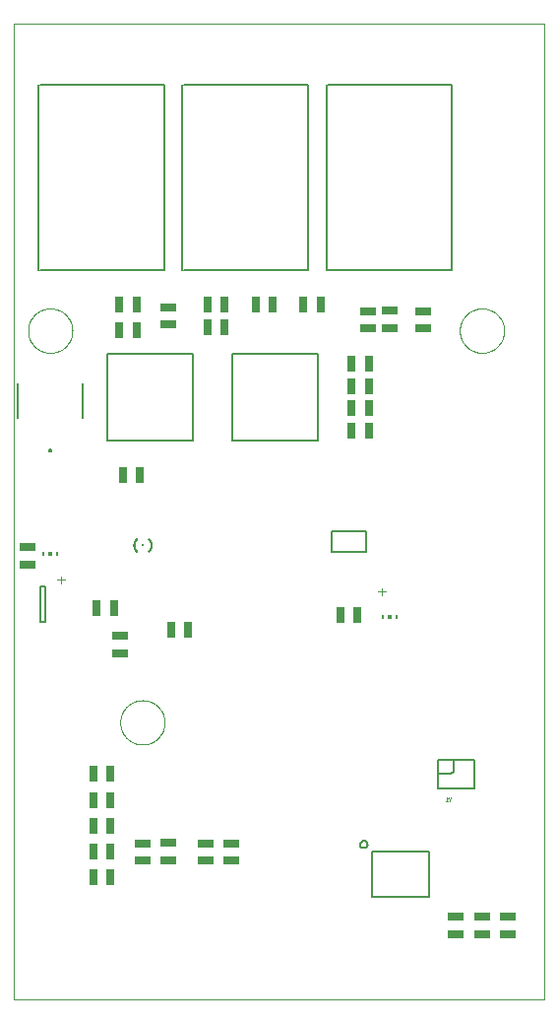
<source format=gbo>
G75*
%MOIN*%
%OFA0B0*%
%FSLAX25Y25*%
%IPPOS*%
%LPD*%
%AMOC8*
5,1,8,0,0,1.08239X$1,22.5*
%
%ADD10C,0.00000*%
%ADD11C,0.00040*%
%ADD12R,0.00787X0.00787*%
%ADD13R,0.00984X0.00591*%
%ADD14C,0.00300*%
%ADD15R,0.00591X0.01181*%
%ADD16R,0.01181X0.01181*%
%ADD17C,0.00500*%
%ADD18R,0.05512X0.02559*%
%ADD19R,0.02559X0.05512*%
%ADD20C,0.00600*%
%ADD21C,0.00100*%
D10*
X0020179Y0009300D02*
X0020179Y0339261D01*
X0200130Y0339261D01*
X0200130Y0009300D01*
X0020179Y0009300D01*
X0056429Y0103050D02*
X0056431Y0103234D01*
X0056438Y0103418D01*
X0056449Y0103602D01*
X0056465Y0103785D01*
X0056485Y0103968D01*
X0056510Y0104150D01*
X0056539Y0104332D01*
X0056573Y0104513D01*
X0056611Y0104693D01*
X0056654Y0104872D01*
X0056701Y0105050D01*
X0056752Y0105227D01*
X0056808Y0105403D01*
X0056867Y0105577D01*
X0056932Y0105749D01*
X0057000Y0105920D01*
X0057072Y0106089D01*
X0057149Y0106257D01*
X0057230Y0106422D01*
X0057315Y0106585D01*
X0057403Y0106747D01*
X0057496Y0106906D01*
X0057593Y0107062D01*
X0057693Y0107217D01*
X0057797Y0107369D01*
X0057905Y0107518D01*
X0058016Y0107664D01*
X0058131Y0107808D01*
X0058250Y0107949D01*
X0058372Y0108087D01*
X0058497Y0108222D01*
X0058626Y0108353D01*
X0058757Y0108482D01*
X0058892Y0108607D01*
X0059030Y0108729D01*
X0059171Y0108848D01*
X0059315Y0108963D01*
X0059461Y0109074D01*
X0059610Y0109182D01*
X0059762Y0109286D01*
X0059917Y0109386D01*
X0060073Y0109483D01*
X0060232Y0109576D01*
X0060394Y0109664D01*
X0060557Y0109749D01*
X0060722Y0109830D01*
X0060890Y0109907D01*
X0061059Y0109979D01*
X0061230Y0110047D01*
X0061402Y0110112D01*
X0061576Y0110171D01*
X0061752Y0110227D01*
X0061929Y0110278D01*
X0062107Y0110325D01*
X0062286Y0110368D01*
X0062466Y0110406D01*
X0062647Y0110440D01*
X0062829Y0110469D01*
X0063011Y0110494D01*
X0063194Y0110514D01*
X0063377Y0110530D01*
X0063561Y0110541D01*
X0063745Y0110548D01*
X0063929Y0110550D01*
X0064113Y0110548D01*
X0064297Y0110541D01*
X0064481Y0110530D01*
X0064664Y0110514D01*
X0064847Y0110494D01*
X0065029Y0110469D01*
X0065211Y0110440D01*
X0065392Y0110406D01*
X0065572Y0110368D01*
X0065751Y0110325D01*
X0065929Y0110278D01*
X0066106Y0110227D01*
X0066282Y0110171D01*
X0066456Y0110112D01*
X0066628Y0110047D01*
X0066799Y0109979D01*
X0066968Y0109907D01*
X0067136Y0109830D01*
X0067301Y0109749D01*
X0067464Y0109664D01*
X0067626Y0109576D01*
X0067785Y0109483D01*
X0067941Y0109386D01*
X0068096Y0109286D01*
X0068248Y0109182D01*
X0068397Y0109074D01*
X0068543Y0108963D01*
X0068687Y0108848D01*
X0068828Y0108729D01*
X0068966Y0108607D01*
X0069101Y0108482D01*
X0069232Y0108353D01*
X0069361Y0108222D01*
X0069486Y0108087D01*
X0069608Y0107949D01*
X0069727Y0107808D01*
X0069842Y0107664D01*
X0069953Y0107518D01*
X0070061Y0107369D01*
X0070165Y0107217D01*
X0070265Y0107062D01*
X0070362Y0106906D01*
X0070455Y0106747D01*
X0070543Y0106585D01*
X0070628Y0106422D01*
X0070709Y0106257D01*
X0070786Y0106089D01*
X0070858Y0105920D01*
X0070926Y0105749D01*
X0070991Y0105577D01*
X0071050Y0105403D01*
X0071106Y0105227D01*
X0071157Y0105050D01*
X0071204Y0104872D01*
X0071247Y0104693D01*
X0071285Y0104513D01*
X0071319Y0104332D01*
X0071348Y0104150D01*
X0071373Y0103968D01*
X0071393Y0103785D01*
X0071409Y0103602D01*
X0071420Y0103418D01*
X0071427Y0103234D01*
X0071429Y0103050D01*
X0071427Y0102866D01*
X0071420Y0102682D01*
X0071409Y0102498D01*
X0071393Y0102315D01*
X0071373Y0102132D01*
X0071348Y0101950D01*
X0071319Y0101768D01*
X0071285Y0101587D01*
X0071247Y0101407D01*
X0071204Y0101228D01*
X0071157Y0101050D01*
X0071106Y0100873D01*
X0071050Y0100697D01*
X0070991Y0100523D01*
X0070926Y0100351D01*
X0070858Y0100180D01*
X0070786Y0100011D01*
X0070709Y0099843D01*
X0070628Y0099678D01*
X0070543Y0099515D01*
X0070455Y0099353D01*
X0070362Y0099194D01*
X0070265Y0099038D01*
X0070165Y0098883D01*
X0070061Y0098731D01*
X0069953Y0098582D01*
X0069842Y0098436D01*
X0069727Y0098292D01*
X0069608Y0098151D01*
X0069486Y0098013D01*
X0069361Y0097878D01*
X0069232Y0097747D01*
X0069101Y0097618D01*
X0068966Y0097493D01*
X0068828Y0097371D01*
X0068687Y0097252D01*
X0068543Y0097137D01*
X0068397Y0097026D01*
X0068248Y0096918D01*
X0068096Y0096814D01*
X0067941Y0096714D01*
X0067785Y0096617D01*
X0067626Y0096524D01*
X0067464Y0096436D01*
X0067301Y0096351D01*
X0067136Y0096270D01*
X0066968Y0096193D01*
X0066799Y0096121D01*
X0066628Y0096053D01*
X0066456Y0095988D01*
X0066282Y0095929D01*
X0066106Y0095873D01*
X0065929Y0095822D01*
X0065751Y0095775D01*
X0065572Y0095732D01*
X0065392Y0095694D01*
X0065211Y0095660D01*
X0065029Y0095631D01*
X0064847Y0095606D01*
X0064664Y0095586D01*
X0064481Y0095570D01*
X0064297Y0095559D01*
X0064113Y0095552D01*
X0063929Y0095550D01*
X0063745Y0095552D01*
X0063561Y0095559D01*
X0063377Y0095570D01*
X0063194Y0095586D01*
X0063011Y0095606D01*
X0062829Y0095631D01*
X0062647Y0095660D01*
X0062466Y0095694D01*
X0062286Y0095732D01*
X0062107Y0095775D01*
X0061929Y0095822D01*
X0061752Y0095873D01*
X0061576Y0095929D01*
X0061402Y0095988D01*
X0061230Y0096053D01*
X0061059Y0096121D01*
X0060890Y0096193D01*
X0060722Y0096270D01*
X0060557Y0096351D01*
X0060394Y0096436D01*
X0060232Y0096524D01*
X0060073Y0096617D01*
X0059917Y0096714D01*
X0059762Y0096814D01*
X0059610Y0096918D01*
X0059461Y0097026D01*
X0059315Y0097137D01*
X0059171Y0097252D01*
X0059030Y0097371D01*
X0058892Y0097493D01*
X0058757Y0097618D01*
X0058626Y0097747D01*
X0058497Y0097878D01*
X0058372Y0098013D01*
X0058250Y0098151D01*
X0058131Y0098292D01*
X0058016Y0098436D01*
X0057905Y0098582D01*
X0057797Y0098731D01*
X0057693Y0098883D01*
X0057593Y0099038D01*
X0057496Y0099194D01*
X0057403Y0099353D01*
X0057315Y0099515D01*
X0057230Y0099678D01*
X0057149Y0099843D01*
X0057072Y0100011D01*
X0057000Y0100180D01*
X0056932Y0100351D01*
X0056867Y0100523D01*
X0056808Y0100697D01*
X0056752Y0100873D01*
X0056701Y0101050D01*
X0056654Y0101228D01*
X0056611Y0101407D01*
X0056573Y0101587D01*
X0056539Y0101768D01*
X0056510Y0101950D01*
X0056485Y0102132D01*
X0056465Y0102315D01*
X0056449Y0102498D01*
X0056438Y0102682D01*
X0056431Y0102866D01*
X0056429Y0103050D01*
X0025179Y0235550D02*
X0025181Y0235734D01*
X0025188Y0235918D01*
X0025199Y0236102D01*
X0025215Y0236285D01*
X0025235Y0236468D01*
X0025260Y0236650D01*
X0025289Y0236832D01*
X0025323Y0237013D01*
X0025361Y0237193D01*
X0025404Y0237372D01*
X0025451Y0237550D01*
X0025502Y0237727D01*
X0025558Y0237903D01*
X0025617Y0238077D01*
X0025682Y0238249D01*
X0025750Y0238420D01*
X0025822Y0238589D01*
X0025899Y0238757D01*
X0025980Y0238922D01*
X0026065Y0239085D01*
X0026153Y0239247D01*
X0026246Y0239406D01*
X0026343Y0239562D01*
X0026443Y0239717D01*
X0026547Y0239869D01*
X0026655Y0240018D01*
X0026766Y0240164D01*
X0026881Y0240308D01*
X0027000Y0240449D01*
X0027122Y0240587D01*
X0027247Y0240722D01*
X0027376Y0240853D01*
X0027507Y0240982D01*
X0027642Y0241107D01*
X0027780Y0241229D01*
X0027921Y0241348D01*
X0028065Y0241463D01*
X0028211Y0241574D01*
X0028360Y0241682D01*
X0028512Y0241786D01*
X0028667Y0241886D01*
X0028823Y0241983D01*
X0028982Y0242076D01*
X0029144Y0242164D01*
X0029307Y0242249D01*
X0029472Y0242330D01*
X0029640Y0242407D01*
X0029809Y0242479D01*
X0029980Y0242547D01*
X0030152Y0242612D01*
X0030326Y0242671D01*
X0030502Y0242727D01*
X0030679Y0242778D01*
X0030857Y0242825D01*
X0031036Y0242868D01*
X0031216Y0242906D01*
X0031397Y0242940D01*
X0031579Y0242969D01*
X0031761Y0242994D01*
X0031944Y0243014D01*
X0032127Y0243030D01*
X0032311Y0243041D01*
X0032495Y0243048D01*
X0032679Y0243050D01*
X0032863Y0243048D01*
X0033047Y0243041D01*
X0033231Y0243030D01*
X0033414Y0243014D01*
X0033597Y0242994D01*
X0033779Y0242969D01*
X0033961Y0242940D01*
X0034142Y0242906D01*
X0034322Y0242868D01*
X0034501Y0242825D01*
X0034679Y0242778D01*
X0034856Y0242727D01*
X0035032Y0242671D01*
X0035206Y0242612D01*
X0035378Y0242547D01*
X0035549Y0242479D01*
X0035718Y0242407D01*
X0035886Y0242330D01*
X0036051Y0242249D01*
X0036214Y0242164D01*
X0036376Y0242076D01*
X0036535Y0241983D01*
X0036691Y0241886D01*
X0036846Y0241786D01*
X0036998Y0241682D01*
X0037147Y0241574D01*
X0037293Y0241463D01*
X0037437Y0241348D01*
X0037578Y0241229D01*
X0037716Y0241107D01*
X0037851Y0240982D01*
X0037982Y0240853D01*
X0038111Y0240722D01*
X0038236Y0240587D01*
X0038358Y0240449D01*
X0038477Y0240308D01*
X0038592Y0240164D01*
X0038703Y0240018D01*
X0038811Y0239869D01*
X0038915Y0239717D01*
X0039015Y0239562D01*
X0039112Y0239406D01*
X0039205Y0239247D01*
X0039293Y0239085D01*
X0039378Y0238922D01*
X0039459Y0238757D01*
X0039536Y0238589D01*
X0039608Y0238420D01*
X0039676Y0238249D01*
X0039741Y0238077D01*
X0039800Y0237903D01*
X0039856Y0237727D01*
X0039907Y0237550D01*
X0039954Y0237372D01*
X0039997Y0237193D01*
X0040035Y0237013D01*
X0040069Y0236832D01*
X0040098Y0236650D01*
X0040123Y0236468D01*
X0040143Y0236285D01*
X0040159Y0236102D01*
X0040170Y0235918D01*
X0040177Y0235734D01*
X0040179Y0235550D01*
X0040177Y0235366D01*
X0040170Y0235182D01*
X0040159Y0234998D01*
X0040143Y0234815D01*
X0040123Y0234632D01*
X0040098Y0234450D01*
X0040069Y0234268D01*
X0040035Y0234087D01*
X0039997Y0233907D01*
X0039954Y0233728D01*
X0039907Y0233550D01*
X0039856Y0233373D01*
X0039800Y0233197D01*
X0039741Y0233023D01*
X0039676Y0232851D01*
X0039608Y0232680D01*
X0039536Y0232511D01*
X0039459Y0232343D01*
X0039378Y0232178D01*
X0039293Y0232015D01*
X0039205Y0231853D01*
X0039112Y0231694D01*
X0039015Y0231538D01*
X0038915Y0231383D01*
X0038811Y0231231D01*
X0038703Y0231082D01*
X0038592Y0230936D01*
X0038477Y0230792D01*
X0038358Y0230651D01*
X0038236Y0230513D01*
X0038111Y0230378D01*
X0037982Y0230247D01*
X0037851Y0230118D01*
X0037716Y0229993D01*
X0037578Y0229871D01*
X0037437Y0229752D01*
X0037293Y0229637D01*
X0037147Y0229526D01*
X0036998Y0229418D01*
X0036846Y0229314D01*
X0036691Y0229214D01*
X0036535Y0229117D01*
X0036376Y0229024D01*
X0036214Y0228936D01*
X0036051Y0228851D01*
X0035886Y0228770D01*
X0035718Y0228693D01*
X0035549Y0228621D01*
X0035378Y0228553D01*
X0035206Y0228488D01*
X0035032Y0228429D01*
X0034856Y0228373D01*
X0034679Y0228322D01*
X0034501Y0228275D01*
X0034322Y0228232D01*
X0034142Y0228194D01*
X0033961Y0228160D01*
X0033779Y0228131D01*
X0033597Y0228106D01*
X0033414Y0228086D01*
X0033231Y0228070D01*
X0033047Y0228059D01*
X0032863Y0228052D01*
X0032679Y0228050D01*
X0032495Y0228052D01*
X0032311Y0228059D01*
X0032127Y0228070D01*
X0031944Y0228086D01*
X0031761Y0228106D01*
X0031579Y0228131D01*
X0031397Y0228160D01*
X0031216Y0228194D01*
X0031036Y0228232D01*
X0030857Y0228275D01*
X0030679Y0228322D01*
X0030502Y0228373D01*
X0030326Y0228429D01*
X0030152Y0228488D01*
X0029980Y0228553D01*
X0029809Y0228621D01*
X0029640Y0228693D01*
X0029472Y0228770D01*
X0029307Y0228851D01*
X0029144Y0228936D01*
X0028982Y0229024D01*
X0028823Y0229117D01*
X0028667Y0229214D01*
X0028512Y0229314D01*
X0028360Y0229418D01*
X0028211Y0229526D01*
X0028065Y0229637D01*
X0027921Y0229752D01*
X0027780Y0229871D01*
X0027642Y0229993D01*
X0027507Y0230118D01*
X0027376Y0230247D01*
X0027247Y0230378D01*
X0027122Y0230513D01*
X0027000Y0230651D01*
X0026881Y0230792D01*
X0026766Y0230936D01*
X0026655Y0231082D01*
X0026547Y0231231D01*
X0026443Y0231383D01*
X0026343Y0231538D01*
X0026246Y0231694D01*
X0026153Y0231853D01*
X0026065Y0232015D01*
X0025980Y0232178D01*
X0025899Y0232343D01*
X0025822Y0232511D01*
X0025750Y0232680D01*
X0025682Y0232851D01*
X0025617Y0233023D01*
X0025558Y0233197D01*
X0025502Y0233373D01*
X0025451Y0233550D01*
X0025404Y0233728D01*
X0025361Y0233907D01*
X0025323Y0234087D01*
X0025289Y0234268D01*
X0025260Y0234450D01*
X0025235Y0234632D01*
X0025215Y0234815D01*
X0025199Y0234998D01*
X0025188Y0235182D01*
X0025181Y0235366D01*
X0025179Y0235550D01*
X0171429Y0235550D02*
X0171431Y0235734D01*
X0171438Y0235918D01*
X0171449Y0236102D01*
X0171465Y0236285D01*
X0171485Y0236468D01*
X0171510Y0236650D01*
X0171539Y0236832D01*
X0171573Y0237013D01*
X0171611Y0237193D01*
X0171654Y0237372D01*
X0171701Y0237550D01*
X0171752Y0237727D01*
X0171808Y0237903D01*
X0171867Y0238077D01*
X0171932Y0238249D01*
X0172000Y0238420D01*
X0172072Y0238589D01*
X0172149Y0238757D01*
X0172230Y0238922D01*
X0172315Y0239085D01*
X0172403Y0239247D01*
X0172496Y0239406D01*
X0172593Y0239562D01*
X0172693Y0239717D01*
X0172797Y0239869D01*
X0172905Y0240018D01*
X0173016Y0240164D01*
X0173131Y0240308D01*
X0173250Y0240449D01*
X0173372Y0240587D01*
X0173497Y0240722D01*
X0173626Y0240853D01*
X0173757Y0240982D01*
X0173892Y0241107D01*
X0174030Y0241229D01*
X0174171Y0241348D01*
X0174315Y0241463D01*
X0174461Y0241574D01*
X0174610Y0241682D01*
X0174762Y0241786D01*
X0174917Y0241886D01*
X0175073Y0241983D01*
X0175232Y0242076D01*
X0175394Y0242164D01*
X0175557Y0242249D01*
X0175722Y0242330D01*
X0175890Y0242407D01*
X0176059Y0242479D01*
X0176230Y0242547D01*
X0176402Y0242612D01*
X0176576Y0242671D01*
X0176752Y0242727D01*
X0176929Y0242778D01*
X0177107Y0242825D01*
X0177286Y0242868D01*
X0177466Y0242906D01*
X0177647Y0242940D01*
X0177829Y0242969D01*
X0178011Y0242994D01*
X0178194Y0243014D01*
X0178377Y0243030D01*
X0178561Y0243041D01*
X0178745Y0243048D01*
X0178929Y0243050D01*
X0179113Y0243048D01*
X0179297Y0243041D01*
X0179481Y0243030D01*
X0179664Y0243014D01*
X0179847Y0242994D01*
X0180029Y0242969D01*
X0180211Y0242940D01*
X0180392Y0242906D01*
X0180572Y0242868D01*
X0180751Y0242825D01*
X0180929Y0242778D01*
X0181106Y0242727D01*
X0181282Y0242671D01*
X0181456Y0242612D01*
X0181628Y0242547D01*
X0181799Y0242479D01*
X0181968Y0242407D01*
X0182136Y0242330D01*
X0182301Y0242249D01*
X0182464Y0242164D01*
X0182626Y0242076D01*
X0182785Y0241983D01*
X0182941Y0241886D01*
X0183096Y0241786D01*
X0183248Y0241682D01*
X0183397Y0241574D01*
X0183543Y0241463D01*
X0183687Y0241348D01*
X0183828Y0241229D01*
X0183966Y0241107D01*
X0184101Y0240982D01*
X0184232Y0240853D01*
X0184361Y0240722D01*
X0184486Y0240587D01*
X0184608Y0240449D01*
X0184727Y0240308D01*
X0184842Y0240164D01*
X0184953Y0240018D01*
X0185061Y0239869D01*
X0185165Y0239717D01*
X0185265Y0239562D01*
X0185362Y0239406D01*
X0185455Y0239247D01*
X0185543Y0239085D01*
X0185628Y0238922D01*
X0185709Y0238757D01*
X0185786Y0238589D01*
X0185858Y0238420D01*
X0185926Y0238249D01*
X0185991Y0238077D01*
X0186050Y0237903D01*
X0186106Y0237727D01*
X0186157Y0237550D01*
X0186204Y0237372D01*
X0186247Y0237193D01*
X0186285Y0237013D01*
X0186319Y0236832D01*
X0186348Y0236650D01*
X0186373Y0236468D01*
X0186393Y0236285D01*
X0186409Y0236102D01*
X0186420Y0235918D01*
X0186427Y0235734D01*
X0186429Y0235550D01*
X0186427Y0235366D01*
X0186420Y0235182D01*
X0186409Y0234998D01*
X0186393Y0234815D01*
X0186373Y0234632D01*
X0186348Y0234450D01*
X0186319Y0234268D01*
X0186285Y0234087D01*
X0186247Y0233907D01*
X0186204Y0233728D01*
X0186157Y0233550D01*
X0186106Y0233373D01*
X0186050Y0233197D01*
X0185991Y0233023D01*
X0185926Y0232851D01*
X0185858Y0232680D01*
X0185786Y0232511D01*
X0185709Y0232343D01*
X0185628Y0232178D01*
X0185543Y0232015D01*
X0185455Y0231853D01*
X0185362Y0231694D01*
X0185265Y0231538D01*
X0185165Y0231383D01*
X0185061Y0231231D01*
X0184953Y0231082D01*
X0184842Y0230936D01*
X0184727Y0230792D01*
X0184608Y0230651D01*
X0184486Y0230513D01*
X0184361Y0230378D01*
X0184232Y0230247D01*
X0184101Y0230118D01*
X0183966Y0229993D01*
X0183828Y0229871D01*
X0183687Y0229752D01*
X0183543Y0229637D01*
X0183397Y0229526D01*
X0183248Y0229418D01*
X0183096Y0229314D01*
X0182941Y0229214D01*
X0182785Y0229117D01*
X0182626Y0229024D01*
X0182464Y0228936D01*
X0182301Y0228851D01*
X0182136Y0228770D01*
X0181968Y0228693D01*
X0181799Y0228621D01*
X0181628Y0228553D01*
X0181456Y0228488D01*
X0181282Y0228429D01*
X0181106Y0228373D01*
X0180929Y0228322D01*
X0180751Y0228275D01*
X0180572Y0228232D01*
X0180392Y0228194D01*
X0180211Y0228160D01*
X0180029Y0228131D01*
X0179847Y0228106D01*
X0179664Y0228086D01*
X0179481Y0228070D01*
X0179297Y0228059D01*
X0179113Y0228052D01*
X0178929Y0228050D01*
X0178745Y0228052D01*
X0178561Y0228059D01*
X0178377Y0228070D01*
X0178194Y0228086D01*
X0178011Y0228106D01*
X0177829Y0228131D01*
X0177647Y0228160D01*
X0177466Y0228194D01*
X0177286Y0228232D01*
X0177107Y0228275D01*
X0176929Y0228322D01*
X0176752Y0228373D01*
X0176576Y0228429D01*
X0176402Y0228488D01*
X0176230Y0228553D01*
X0176059Y0228621D01*
X0175890Y0228693D01*
X0175722Y0228770D01*
X0175557Y0228851D01*
X0175394Y0228936D01*
X0175232Y0229024D01*
X0175073Y0229117D01*
X0174917Y0229214D01*
X0174762Y0229314D01*
X0174610Y0229418D01*
X0174461Y0229526D01*
X0174315Y0229637D01*
X0174171Y0229752D01*
X0174030Y0229871D01*
X0173892Y0229993D01*
X0173757Y0230118D01*
X0173626Y0230247D01*
X0173497Y0230378D01*
X0173372Y0230513D01*
X0173250Y0230651D01*
X0173131Y0230792D01*
X0173016Y0230936D01*
X0172905Y0231082D01*
X0172797Y0231231D01*
X0172693Y0231383D01*
X0172593Y0231538D01*
X0172496Y0231694D01*
X0172403Y0231853D01*
X0172315Y0232015D01*
X0172230Y0232178D01*
X0172149Y0232343D01*
X0172072Y0232511D01*
X0172000Y0232680D01*
X0171932Y0232851D01*
X0171867Y0233023D01*
X0171808Y0233197D01*
X0171752Y0233373D01*
X0171701Y0233550D01*
X0171654Y0233728D01*
X0171611Y0233907D01*
X0171573Y0234087D01*
X0171539Y0234268D01*
X0171510Y0234450D01*
X0171485Y0234632D01*
X0171465Y0234815D01*
X0171449Y0234998D01*
X0171438Y0235182D01*
X0171431Y0235366D01*
X0171429Y0235550D01*
D11*
X0066033Y0160766D02*
X0065790Y0161032D01*
X0065791Y0161032D02*
X0065865Y0161103D01*
X0065937Y0161177D01*
X0066006Y0161254D01*
X0066072Y0161333D01*
X0066135Y0161414D01*
X0066195Y0161498D01*
X0066251Y0161584D01*
X0066305Y0161673D01*
X0066355Y0161763D01*
X0066401Y0161855D01*
X0066444Y0161948D01*
X0066484Y0162043D01*
X0066520Y0162140D01*
X0066552Y0162238D01*
X0066581Y0162337D01*
X0066606Y0162437D01*
X0066627Y0162538D01*
X0066644Y0162639D01*
X0066658Y0162741D01*
X0066667Y0162844D01*
X0066673Y0162947D01*
X0066675Y0163050D01*
X0066673Y0163153D01*
X0066667Y0163256D01*
X0066658Y0163359D01*
X0066644Y0163461D01*
X0066627Y0163562D01*
X0066606Y0163663D01*
X0066581Y0163763D01*
X0066552Y0163862D01*
X0066520Y0163960D01*
X0066484Y0164057D01*
X0066444Y0164152D01*
X0066401Y0164245D01*
X0066355Y0164337D01*
X0066305Y0164427D01*
X0066251Y0164516D01*
X0066195Y0164602D01*
X0066135Y0164686D01*
X0066072Y0164767D01*
X0066006Y0164846D01*
X0065937Y0164923D01*
X0065865Y0164997D01*
X0065791Y0165068D01*
X0066033Y0165334D01*
X0066033Y0165335D01*
X0066112Y0165259D01*
X0066188Y0165181D01*
X0066262Y0165100D01*
X0066333Y0165017D01*
X0066400Y0164931D01*
X0066465Y0164843D01*
X0066526Y0164753D01*
X0066585Y0164661D01*
X0066640Y0164566D01*
X0066691Y0164470D01*
X0066740Y0164372D01*
X0066784Y0164272D01*
X0066826Y0164171D01*
X0066863Y0164069D01*
X0066897Y0163965D01*
X0066928Y0163860D01*
X0066954Y0163754D01*
X0066977Y0163647D01*
X0066996Y0163540D01*
X0067011Y0163431D01*
X0067023Y0163323D01*
X0067031Y0163214D01*
X0067035Y0163105D01*
X0067035Y0162995D01*
X0067031Y0162886D01*
X0067023Y0162777D01*
X0067011Y0162669D01*
X0066996Y0162560D01*
X0066977Y0162453D01*
X0066954Y0162346D01*
X0066928Y0162240D01*
X0066897Y0162135D01*
X0066863Y0162031D01*
X0066826Y0161929D01*
X0066784Y0161828D01*
X0066740Y0161728D01*
X0066691Y0161630D01*
X0066640Y0161534D01*
X0066585Y0161439D01*
X0066526Y0161347D01*
X0066465Y0161257D01*
X0066400Y0161169D01*
X0066333Y0161083D01*
X0066262Y0161000D01*
X0066188Y0160919D01*
X0066112Y0160841D01*
X0066033Y0160765D01*
X0066008Y0160793D01*
X0066086Y0160867D01*
X0066162Y0160944D01*
X0066234Y0161024D01*
X0066304Y0161106D01*
X0066371Y0161191D01*
X0066435Y0161278D01*
X0066496Y0161367D01*
X0066553Y0161459D01*
X0066608Y0161552D01*
X0066659Y0161647D01*
X0066706Y0161744D01*
X0066750Y0161842D01*
X0066791Y0161942D01*
X0066828Y0162044D01*
X0066862Y0162146D01*
X0066892Y0162250D01*
X0066918Y0162355D01*
X0066941Y0162460D01*
X0066960Y0162566D01*
X0066975Y0162673D01*
X0066986Y0162781D01*
X0066994Y0162888D01*
X0066998Y0162996D01*
X0066998Y0163104D01*
X0066994Y0163212D01*
X0066986Y0163319D01*
X0066975Y0163427D01*
X0066960Y0163534D01*
X0066941Y0163640D01*
X0066918Y0163745D01*
X0066892Y0163850D01*
X0066862Y0163954D01*
X0066828Y0164056D01*
X0066791Y0164158D01*
X0066750Y0164258D01*
X0066706Y0164356D01*
X0066659Y0164453D01*
X0066608Y0164548D01*
X0066553Y0164641D01*
X0066496Y0164733D01*
X0066435Y0164822D01*
X0066371Y0164909D01*
X0066304Y0164994D01*
X0066234Y0165076D01*
X0066162Y0165156D01*
X0066086Y0165233D01*
X0066008Y0165307D01*
X0065983Y0165280D01*
X0066062Y0165205D01*
X0066138Y0165127D01*
X0066211Y0165046D01*
X0066282Y0164963D01*
X0066349Y0164877D01*
X0066413Y0164789D01*
X0066474Y0164699D01*
X0066531Y0164606D01*
X0066585Y0164512D01*
X0066636Y0164415D01*
X0066684Y0164317D01*
X0066727Y0164217D01*
X0066767Y0164116D01*
X0066804Y0164013D01*
X0066837Y0163910D01*
X0066866Y0163805D01*
X0066891Y0163699D01*
X0066912Y0163592D01*
X0066930Y0163484D01*
X0066943Y0163376D01*
X0066953Y0163268D01*
X0066959Y0163159D01*
X0066961Y0163050D01*
X0066959Y0162941D01*
X0066953Y0162832D01*
X0066943Y0162724D01*
X0066930Y0162616D01*
X0066912Y0162508D01*
X0066891Y0162401D01*
X0066866Y0162295D01*
X0066837Y0162190D01*
X0066804Y0162087D01*
X0066767Y0161984D01*
X0066727Y0161883D01*
X0066684Y0161783D01*
X0066636Y0161685D01*
X0066585Y0161588D01*
X0066531Y0161494D01*
X0066474Y0161401D01*
X0066413Y0161311D01*
X0066349Y0161223D01*
X0066282Y0161137D01*
X0066211Y0161054D01*
X0066138Y0160973D01*
X0066062Y0160895D01*
X0065983Y0160820D01*
X0065958Y0160847D01*
X0066036Y0160922D01*
X0066111Y0160999D01*
X0066184Y0161078D01*
X0066253Y0161161D01*
X0066319Y0161245D01*
X0066383Y0161332D01*
X0066443Y0161422D01*
X0066500Y0161513D01*
X0066553Y0161606D01*
X0066603Y0161702D01*
X0066650Y0161798D01*
X0066693Y0161897D01*
X0066733Y0161997D01*
X0066769Y0162098D01*
X0066801Y0162201D01*
X0066830Y0162305D01*
X0066855Y0162409D01*
X0066876Y0162515D01*
X0066893Y0162621D01*
X0066907Y0162728D01*
X0066916Y0162835D01*
X0066922Y0162942D01*
X0066924Y0163050D01*
X0066922Y0163158D01*
X0066916Y0163265D01*
X0066907Y0163372D01*
X0066893Y0163479D01*
X0066876Y0163585D01*
X0066855Y0163691D01*
X0066830Y0163795D01*
X0066801Y0163899D01*
X0066769Y0164002D01*
X0066733Y0164103D01*
X0066693Y0164203D01*
X0066650Y0164302D01*
X0066603Y0164398D01*
X0066553Y0164494D01*
X0066500Y0164587D01*
X0066443Y0164678D01*
X0066383Y0164768D01*
X0066319Y0164855D01*
X0066253Y0164939D01*
X0066184Y0165022D01*
X0066111Y0165101D01*
X0066036Y0165178D01*
X0065958Y0165253D01*
X0065934Y0165225D01*
X0066012Y0165150D01*
X0066088Y0165072D01*
X0066161Y0164992D01*
X0066230Y0164908D01*
X0066297Y0164823D01*
X0066360Y0164735D01*
X0066421Y0164644D01*
X0066478Y0164552D01*
X0066531Y0164457D01*
X0066581Y0164361D01*
X0066627Y0164262D01*
X0066670Y0164162D01*
X0066709Y0164061D01*
X0066744Y0163958D01*
X0066776Y0163854D01*
X0066803Y0163749D01*
X0066827Y0163643D01*
X0066847Y0163537D01*
X0066863Y0163429D01*
X0066875Y0163321D01*
X0066883Y0163213D01*
X0066887Y0163104D01*
X0066887Y0162996D01*
X0066883Y0162887D01*
X0066875Y0162779D01*
X0066863Y0162671D01*
X0066847Y0162563D01*
X0066827Y0162457D01*
X0066803Y0162351D01*
X0066776Y0162246D01*
X0066744Y0162142D01*
X0066709Y0162039D01*
X0066670Y0161938D01*
X0066627Y0161838D01*
X0066581Y0161739D01*
X0066531Y0161643D01*
X0066478Y0161548D01*
X0066421Y0161456D01*
X0066360Y0161365D01*
X0066297Y0161277D01*
X0066230Y0161192D01*
X0066161Y0161108D01*
X0066088Y0161028D01*
X0066012Y0160950D01*
X0065934Y0160875D01*
X0065909Y0160902D01*
X0065986Y0160976D01*
X0066061Y0161053D01*
X0066133Y0161133D01*
X0066202Y0161215D01*
X0066267Y0161300D01*
X0066330Y0161387D01*
X0066390Y0161476D01*
X0066446Y0161567D01*
X0066498Y0161661D01*
X0066548Y0161756D01*
X0066593Y0161853D01*
X0066636Y0161952D01*
X0066674Y0162052D01*
X0066709Y0162153D01*
X0066740Y0162256D01*
X0066767Y0162359D01*
X0066791Y0162464D01*
X0066810Y0162570D01*
X0066826Y0162676D01*
X0066838Y0162782D01*
X0066846Y0162889D01*
X0066850Y0162996D01*
X0066850Y0163104D01*
X0066846Y0163211D01*
X0066838Y0163318D01*
X0066826Y0163424D01*
X0066810Y0163530D01*
X0066791Y0163636D01*
X0066767Y0163741D01*
X0066740Y0163844D01*
X0066709Y0163947D01*
X0066674Y0164048D01*
X0066636Y0164148D01*
X0066593Y0164247D01*
X0066548Y0164344D01*
X0066498Y0164439D01*
X0066446Y0164533D01*
X0066390Y0164624D01*
X0066330Y0164713D01*
X0066267Y0164800D01*
X0066202Y0164885D01*
X0066133Y0164967D01*
X0066061Y0165047D01*
X0065986Y0165124D01*
X0065909Y0165198D01*
X0065884Y0165170D01*
X0065960Y0165097D01*
X0066034Y0165021D01*
X0066105Y0164943D01*
X0066173Y0164862D01*
X0066238Y0164778D01*
X0066300Y0164692D01*
X0066359Y0164604D01*
X0066414Y0164514D01*
X0066466Y0164422D01*
X0066515Y0164328D01*
X0066560Y0164232D01*
X0066601Y0164134D01*
X0066639Y0164036D01*
X0066674Y0163935D01*
X0066704Y0163834D01*
X0066731Y0163732D01*
X0066754Y0163628D01*
X0066774Y0163524D01*
X0066789Y0163420D01*
X0066801Y0163314D01*
X0066809Y0163209D01*
X0066813Y0163103D01*
X0066813Y0162997D01*
X0066809Y0162891D01*
X0066801Y0162786D01*
X0066789Y0162680D01*
X0066774Y0162576D01*
X0066754Y0162472D01*
X0066731Y0162368D01*
X0066704Y0162266D01*
X0066674Y0162165D01*
X0066639Y0162064D01*
X0066601Y0161966D01*
X0066560Y0161868D01*
X0066515Y0161772D01*
X0066466Y0161678D01*
X0066414Y0161586D01*
X0066359Y0161496D01*
X0066300Y0161408D01*
X0066238Y0161322D01*
X0066173Y0161238D01*
X0066105Y0161157D01*
X0066034Y0161079D01*
X0065960Y0161003D01*
X0065884Y0160930D01*
X0065859Y0160957D01*
X0065934Y0161029D01*
X0066007Y0161104D01*
X0066077Y0161182D01*
X0066144Y0161262D01*
X0066208Y0161344D01*
X0066270Y0161429D01*
X0066327Y0161516D01*
X0066382Y0161605D01*
X0066433Y0161696D01*
X0066481Y0161789D01*
X0066526Y0161884D01*
X0066567Y0161980D01*
X0066605Y0162077D01*
X0066639Y0162176D01*
X0066669Y0162276D01*
X0066695Y0162377D01*
X0066718Y0162479D01*
X0066737Y0162582D01*
X0066753Y0162685D01*
X0066764Y0162789D01*
X0066772Y0162893D01*
X0066776Y0162998D01*
X0066776Y0163102D01*
X0066772Y0163207D01*
X0066764Y0163311D01*
X0066753Y0163415D01*
X0066737Y0163518D01*
X0066718Y0163621D01*
X0066695Y0163723D01*
X0066669Y0163824D01*
X0066639Y0163924D01*
X0066605Y0164023D01*
X0066567Y0164120D01*
X0066526Y0164216D01*
X0066481Y0164311D01*
X0066433Y0164404D01*
X0066382Y0164495D01*
X0066327Y0164584D01*
X0066270Y0164671D01*
X0066208Y0164756D01*
X0066144Y0164838D01*
X0066077Y0164918D01*
X0066007Y0164996D01*
X0065934Y0165071D01*
X0065859Y0165143D01*
X0065834Y0165116D01*
X0065910Y0165043D01*
X0065984Y0164967D01*
X0066054Y0164889D01*
X0066122Y0164808D01*
X0066186Y0164724D01*
X0066247Y0164638D01*
X0066305Y0164550D01*
X0066360Y0164460D01*
X0066411Y0164368D01*
X0066459Y0164273D01*
X0066503Y0164178D01*
X0066543Y0164080D01*
X0066580Y0163981D01*
X0066613Y0163881D01*
X0066643Y0163780D01*
X0066668Y0163678D01*
X0066690Y0163574D01*
X0066707Y0163470D01*
X0066721Y0163366D01*
X0066731Y0163261D01*
X0066737Y0163155D01*
X0066739Y0163050D01*
X0066737Y0162945D01*
X0066731Y0162839D01*
X0066721Y0162734D01*
X0066707Y0162630D01*
X0066690Y0162526D01*
X0066668Y0162422D01*
X0066643Y0162320D01*
X0066613Y0162219D01*
X0066580Y0162119D01*
X0066543Y0162020D01*
X0066503Y0161922D01*
X0066459Y0161827D01*
X0066411Y0161732D01*
X0066360Y0161640D01*
X0066305Y0161550D01*
X0066247Y0161462D01*
X0066186Y0161376D01*
X0066122Y0161292D01*
X0066054Y0161211D01*
X0065984Y0161133D01*
X0065910Y0161057D01*
X0065834Y0160984D01*
X0065809Y0161012D01*
X0065884Y0161084D01*
X0065957Y0161158D01*
X0066026Y0161236D01*
X0066093Y0161316D01*
X0066156Y0161398D01*
X0066217Y0161483D01*
X0066274Y0161570D01*
X0066328Y0161659D01*
X0066378Y0161750D01*
X0066425Y0161843D01*
X0066469Y0161937D01*
X0066509Y0162033D01*
X0066545Y0162131D01*
X0066578Y0162230D01*
X0066607Y0162330D01*
X0066632Y0162431D01*
X0066653Y0162533D01*
X0066671Y0162635D01*
X0066684Y0162738D01*
X0066694Y0162842D01*
X0066700Y0162946D01*
X0066702Y0163050D01*
X0066700Y0163154D01*
X0066694Y0163258D01*
X0066684Y0163362D01*
X0066671Y0163465D01*
X0066653Y0163567D01*
X0066632Y0163669D01*
X0066607Y0163770D01*
X0066578Y0163870D01*
X0066545Y0163969D01*
X0066509Y0164067D01*
X0066469Y0164163D01*
X0066425Y0164257D01*
X0066378Y0164350D01*
X0066328Y0164441D01*
X0066274Y0164530D01*
X0066217Y0164617D01*
X0066156Y0164702D01*
X0066093Y0164784D01*
X0066026Y0164864D01*
X0065957Y0164942D01*
X0065884Y0165016D01*
X0065809Y0165088D01*
X0061825Y0165334D02*
X0062068Y0165068D01*
X0062067Y0165068D02*
X0061993Y0164997D01*
X0061921Y0164923D01*
X0061852Y0164846D01*
X0061786Y0164767D01*
X0061723Y0164686D01*
X0061663Y0164602D01*
X0061607Y0164516D01*
X0061553Y0164427D01*
X0061503Y0164337D01*
X0061457Y0164245D01*
X0061414Y0164152D01*
X0061374Y0164057D01*
X0061338Y0163960D01*
X0061306Y0163862D01*
X0061277Y0163763D01*
X0061252Y0163663D01*
X0061231Y0163562D01*
X0061214Y0163461D01*
X0061200Y0163359D01*
X0061191Y0163256D01*
X0061185Y0163153D01*
X0061183Y0163050D01*
X0061185Y0162947D01*
X0061191Y0162844D01*
X0061200Y0162741D01*
X0061214Y0162639D01*
X0061231Y0162538D01*
X0061252Y0162437D01*
X0061277Y0162337D01*
X0061306Y0162238D01*
X0061338Y0162140D01*
X0061374Y0162043D01*
X0061414Y0161948D01*
X0061457Y0161855D01*
X0061503Y0161763D01*
X0061553Y0161673D01*
X0061607Y0161584D01*
X0061663Y0161498D01*
X0061723Y0161414D01*
X0061786Y0161333D01*
X0061852Y0161254D01*
X0061921Y0161177D01*
X0061993Y0161103D01*
X0062067Y0161032D01*
X0061825Y0160766D01*
X0061825Y0160765D01*
X0061746Y0160841D01*
X0061670Y0160919D01*
X0061596Y0161000D01*
X0061525Y0161083D01*
X0061458Y0161169D01*
X0061393Y0161257D01*
X0061332Y0161347D01*
X0061273Y0161439D01*
X0061218Y0161534D01*
X0061167Y0161630D01*
X0061118Y0161728D01*
X0061074Y0161828D01*
X0061032Y0161929D01*
X0060995Y0162031D01*
X0060961Y0162135D01*
X0060930Y0162240D01*
X0060904Y0162346D01*
X0060881Y0162453D01*
X0060862Y0162560D01*
X0060847Y0162669D01*
X0060835Y0162777D01*
X0060827Y0162886D01*
X0060823Y0162995D01*
X0060823Y0163105D01*
X0060827Y0163214D01*
X0060835Y0163323D01*
X0060847Y0163431D01*
X0060862Y0163540D01*
X0060881Y0163647D01*
X0060904Y0163754D01*
X0060930Y0163860D01*
X0060961Y0163965D01*
X0060995Y0164069D01*
X0061032Y0164171D01*
X0061074Y0164272D01*
X0061118Y0164372D01*
X0061167Y0164470D01*
X0061218Y0164566D01*
X0061273Y0164661D01*
X0061332Y0164753D01*
X0061393Y0164843D01*
X0061458Y0164931D01*
X0061525Y0165017D01*
X0061596Y0165100D01*
X0061670Y0165181D01*
X0061746Y0165259D01*
X0061825Y0165335D01*
X0061850Y0165307D01*
X0061772Y0165233D01*
X0061696Y0165156D01*
X0061624Y0165076D01*
X0061554Y0164994D01*
X0061487Y0164909D01*
X0061423Y0164822D01*
X0061362Y0164733D01*
X0061305Y0164641D01*
X0061250Y0164548D01*
X0061199Y0164453D01*
X0061152Y0164356D01*
X0061108Y0164258D01*
X0061067Y0164158D01*
X0061030Y0164056D01*
X0060996Y0163954D01*
X0060966Y0163850D01*
X0060940Y0163745D01*
X0060917Y0163640D01*
X0060898Y0163534D01*
X0060883Y0163427D01*
X0060872Y0163319D01*
X0060864Y0163212D01*
X0060860Y0163104D01*
X0060860Y0162996D01*
X0060864Y0162888D01*
X0060872Y0162781D01*
X0060883Y0162673D01*
X0060898Y0162566D01*
X0060917Y0162460D01*
X0060940Y0162355D01*
X0060966Y0162250D01*
X0060996Y0162146D01*
X0061030Y0162044D01*
X0061067Y0161942D01*
X0061108Y0161842D01*
X0061152Y0161744D01*
X0061199Y0161647D01*
X0061250Y0161552D01*
X0061305Y0161459D01*
X0061362Y0161367D01*
X0061423Y0161278D01*
X0061487Y0161191D01*
X0061554Y0161106D01*
X0061624Y0161024D01*
X0061696Y0160944D01*
X0061772Y0160867D01*
X0061850Y0160793D01*
X0061875Y0160820D01*
X0061796Y0160895D01*
X0061720Y0160973D01*
X0061647Y0161054D01*
X0061576Y0161137D01*
X0061509Y0161223D01*
X0061445Y0161311D01*
X0061384Y0161401D01*
X0061327Y0161494D01*
X0061273Y0161588D01*
X0061222Y0161685D01*
X0061174Y0161783D01*
X0061131Y0161883D01*
X0061091Y0161984D01*
X0061054Y0162087D01*
X0061021Y0162190D01*
X0060992Y0162295D01*
X0060967Y0162401D01*
X0060946Y0162508D01*
X0060928Y0162616D01*
X0060915Y0162724D01*
X0060905Y0162832D01*
X0060899Y0162941D01*
X0060897Y0163050D01*
X0060899Y0163159D01*
X0060905Y0163268D01*
X0060915Y0163376D01*
X0060928Y0163484D01*
X0060946Y0163592D01*
X0060967Y0163699D01*
X0060992Y0163805D01*
X0061021Y0163910D01*
X0061054Y0164013D01*
X0061091Y0164116D01*
X0061131Y0164217D01*
X0061174Y0164317D01*
X0061222Y0164415D01*
X0061273Y0164512D01*
X0061327Y0164606D01*
X0061384Y0164699D01*
X0061445Y0164789D01*
X0061509Y0164877D01*
X0061576Y0164963D01*
X0061647Y0165046D01*
X0061720Y0165127D01*
X0061796Y0165205D01*
X0061875Y0165280D01*
X0061900Y0165253D01*
X0061822Y0165178D01*
X0061747Y0165101D01*
X0061674Y0165022D01*
X0061605Y0164939D01*
X0061539Y0164855D01*
X0061475Y0164768D01*
X0061415Y0164678D01*
X0061358Y0164587D01*
X0061305Y0164494D01*
X0061255Y0164398D01*
X0061208Y0164302D01*
X0061165Y0164203D01*
X0061125Y0164103D01*
X0061089Y0164002D01*
X0061057Y0163899D01*
X0061028Y0163795D01*
X0061003Y0163691D01*
X0060982Y0163585D01*
X0060965Y0163479D01*
X0060951Y0163372D01*
X0060942Y0163265D01*
X0060936Y0163158D01*
X0060934Y0163050D01*
X0060936Y0162942D01*
X0060942Y0162835D01*
X0060951Y0162728D01*
X0060965Y0162621D01*
X0060982Y0162515D01*
X0061003Y0162409D01*
X0061028Y0162305D01*
X0061057Y0162201D01*
X0061089Y0162098D01*
X0061125Y0161997D01*
X0061165Y0161897D01*
X0061208Y0161798D01*
X0061255Y0161702D01*
X0061305Y0161606D01*
X0061358Y0161513D01*
X0061415Y0161422D01*
X0061475Y0161332D01*
X0061539Y0161245D01*
X0061605Y0161161D01*
X0061674Y0161078D01*
X0061747Y0160999D01*
X0061822Y0160922D01*
X0061900Y0160847D01*
X0061924Y0160875D01*
X0061846Y0160950D01*
X0061770Y0161028D01*
X0061697Y0161108D01*
X0061628Y0161192D01*
X0061561Y0161277D01*
X0061498Y0161365D01*
X0061437Y0161456D01*
X0061380Y0161548D01*
X0061327Y0161643D01*
X0061277Y0161739D01*
X0061231Y0161838D01*
X0061188Y0161938D01*
X0061149Y0162039D01*
X0061114Y0162142D01*
X0061082Y0162246D01*
X0061055Y0162351D01*
X0061031Y0162457D01*
X0061011Y0162563D01*
X0060995Y0162671D01*
X0060983Y0162779D01*
X0060975Y0162887D01*
X0060971Y0162996D01*
X0060971Y0163104D01*
X0060975Y0163213D01*
X0060983Y0163321D01*
X0060995Y0163429D01*
X0061011Y0163537D01*
X0061031Y0163643D01*
X0061055Y0163749D01*
X0061082Y0163854D01*
X0061114Y0163958D01*
X0061149Y0164061D01*
X0061188Y0164162D01*
X0061231Y0164262D01*
X0061277Y0164361D01*
X0061327Y0164457D01*
X0061380Y0164552D01*
X0061437Y0164644D01*
X0061498Y0164735D01*
X0061561Y0164823D01*
X0061628Y0164908D01*
X0061697Y0164992D01*
X0061770Y0165072D01*
X0061846Y0165150D01*
X0061924Y0165225D01*
X0061949Y0165198D01*
X0061872Y0165124D01*
X0061797Y0165047D01*
X0061725Y0164967D01*
X0061656Y0164885D01*
X0061591Y0164800D01*
X0061528Y0164713D01*
X0061468Y0164624D01*
X0061412Y0164533D01*
X0061360Y0164439D01*
X0061310Y0164344D01*
X0061265Y0164247D01*
X0061222Y0164148D01*
X0061184Y0164048D01*
X0061149Y0163947D01*
X0061118Y0163844D01*
X0061091Y0163741D01*
X0061067Y0163636D01*
X0061048Y0163530D01*
X0061032Y0163424D01*
X0061020Y0163318D01*
X0061012Y0163211D01*
X0061008Y0163104D01*
X0061008Y0162996D01*
X0061012Y0162889D01*
X0061020Y0162782D01*
X0061032Y0162676D01*
X0061048Y0162570D01*
X0061067Y0162464D01*
X0061091Y0162359D01*
X0061118Y0162256D01*
X0061149Y0162153D01*
X0061184Y0162052D01*
X0061222Y0161952D01*
X0061265Y0161853D01*
X0061310Y0161756D01*
X0061360Y0161661D01*
X0061412Y0161567D01*
X0061468Y0161476D01*
X0061528Y0161387D01*
X0061591Y0161300D01*
X0061656Y0161215D01*
X0061725Y0161133D01*
X0061797Y0161053D01*
X0061872Y0160976D01*
X0061949Y0160902D01*
X0061974Y0160930D01*
X0061898Y0161003D01*
X0061824Y0161079D01*
X0061753Y0161157D01*
X0061685Y0161238D01*
X0061620Y0161322D01*
X0061558Y0161408D01*
X0061499Y0161496D01*
X0061444Y0161586D01*
X0061392Y0161678D01*
X0061343Y0161772D01*
X0061298Y0161868D01*
X0061257Y0161966D01*
X0061219Y0162064D01*
X0061184Y0162165D01*
X0061154Y0162266D01*
X0061127Y0162368D01*
X0061104Y0162472D01*
X0061084Y0162576D01*
X0061069Y0162680D01*
X0061057Y0162786D01*
X0061049Y0162891D01*
X0061045Y0162997D01*
X0061045Y0163103D01*
X0061049Y0163209D01*
X0061057Y0163314D01*
X0061069Y0163420D01*
X0061084Y0163524D01*
X0061104Y0163628D01*
X0061127Y0163732D01*
X0061154Y0163834D01*
X0061184Y0163935D01*
X0061219Y0164036D01*
X0061257Y0164134D01*
X0061298Y0164232D01*
X0061343Y0164328D01*
X0061392Y0164422D01*
X0061444Y0164514D01*
X0061499Y0164604D01*
X0061558Y0164692D01*
X0061620Y0164778D01*
X0061685Y0164862D01*
X0061753Y0164943D01*
X0061824Y0165021D01*
X0061898Y0165097D01*
X0061974Y0165170D01*
X0061999Y0165143D01*
X0061924Y0165071D01*
X0061851Y0164996D01*
X0061781Y0164918D01*
X0061714Y0164838D01*
X0061650Y0164756D01*
X0061588Y0164671D01*
X0061531Y0164584D01*
X0061476Y0164495D01*
X0061425Y0164404D01*
X0061377Y0164311D01*
X0061332Y0164216D01*
X0061291Y0164120D01*
X0061253Y0164023D01*
X0061219Y0163924D01*
X0061189Y0163824D01*
X0061163Y0163723D01*
X0061140Y0163621D01*
X0061121Y0163518D01*
X0061105Y0163415D01*
X0061094Y0163311D01*
X0061086Y0163207D01*
X0061082Y0163102D01*
X0061082Y0162998D01*
X0061086Y0162893D01*
X0061094Y0162789D01*
X0061105Y0162685D01*
X0061121Y0162582D01*
X0061140Y0162479D01*
X0061163Y0162377D01*
X0061189Y0162276D01*
X0061219Y0162176D01*
X0061253Y0162077D01*
X0061291Y0161980D01*
X0061332Y0161884D01*
X0061377Y0161789D01*
X0061425Y0161696D01*
X0061476Y0161605D01*
X0061531Y0161516D01*
X0061588Y0161429D01*
X0061650Y0161344D01*
X0061714Y0161262D01*
X0061781Y0161182D01*
X0061851Y0161104D01*
X0061924Y0161029D01*
X0061999Y0160957D01*
X0062024Y0160984D01*
X0061948Y0161057D01*
X0061874Y0161133D01*
X0061804Y0161211D01*
X0061736Y0161292D01*
X0061672Y0161376D01*
X0061611Y0161462D01*
X0061553Y0161550D01*
X0061498Y0161640D01*
X0061447Y0161732D01*
X0061399Y0161827D01*
X0061355Y0161922D01*
X0061315Y0162020D01*
X0061278Y0162119D01*
X0061245Y0162219D01*
X0061215Y0162320D01*
X0061190Y0162422D01*
X0061168Y0162526D01*
X0061151Y0162630D01*
X0061137Y0162734D01*
X0061127Y0162839D01*
X0061121Y0162945D01*
X0061119Y0163050D01*
X0061121Y0163155D01*
X0061127Y0163261D01*
X0061137Y0163366D01*
X0061151Y0163470D01*
X0061168Y0163574D01*
X0061190Y0163678D01*
X0061215Y0163780D01*
X0061245Y0163881D01*
X0061278Y0163981D01*
X0061315Y0164080D01*
X0061355Y0164178D01*
X0061399Y0164273D01*
X0061447Y0164368D01*
X0061498Y0164460D01*
X0061553Y0164550D01*
X0061611Y0164638D01*
X0061672Y0164724D01*
X0061736Y0164808D01*
X0061804Y0164889D01*
X0061874Y0164967D01*
X0061948Y0165043D01*
X0062024Y0165116D01*
X0062049Y0165088D01*
X0061974Y0165016D01*
X0061901Y0164942D01*
X0061832Y0164864D01*
X0061765Y0164784D01*
X0061702Y0164702D01*
X0061641Y0164617D01*
X0061584Y0164530D01*
X0061530Y0164441D01*
X0061480Y0164350D01*
X0061433Y0164257D01*
X0061389Y0164163D01*
X0061349Y0164067D01*
X0061313Y0163969D01*
X0061280Y0163870D01*
X0061251Y0163770D01*
X0061226Y0163669D01*
X0061205Y0163567D01*
X0061187Y0163465D01*
X0061174Y0163362D01*
X0061164Y0163258D01*
X0061158Y0163154D01*
X0061156Y0163050D01*
X0061158Y0162946D01*
X0061164Y0162842D01*
X0061174Y0162738D01*
X0061187Y0162635D01*
X0061205Y0162533D01*
X0061226Y0162431D01*
X0061251Y0162330D01*
X0061280Y0162230D01*
X0061313Y0162131D01*
X0061349Y0162033D01*
X0061389Y0161937D01*
X0061433Y0161843D01*
X0061480Y0161750D01*
X0061530Y0161659D01*
X0061584Y0161570D01*
X0061641Y0161483D01*
X0061702Y0161398D01*
X0061765Y0161316D01*
X0061832Y0161236D01*
X0061901Y0161158D01*
X0061974Y0161084D01*
X0062049Y0161012D01*
D12*
X0063929Y0163050D03*
D13*
X0066193Y0160983D03*
D14*
X0037529Y0151302D02*
X0035060Y0151302D01*
X0036294Y0152536D02*
X0036294Y0150067D01*
X0143743Y0147302D02*
X0146212Y0147302D01*
X0144978Y0148536D02*
X0144978Y0146067D01*
D15*
X0145317Y0138709D03*
X0150041Y0138709D03*
X0035041Y0159891D03*
X0030317Y0159891D03*
D16*
X0032679Y0159891D03*
X0147679Y0138709D03*
D17*
X0139834Y0160855D02*
X0139834Y0167745D01*
X0128023Y0167745D01*
X0128023Y0160855D01*
X0139834Y0160855D01*
X0123437Y0198483D02*
X0123437Y0227617D01*
X0094382Y0227617D01*
X0094382Y0198483D01*
X0123437Y0198483D01*
X0126679Y0256050D02*
X0168679Y0256050D01*
X0168679Y0256150D02*
X0168679Y0318550D01*
X0168679Y0256150D01*
X0126179Y0256150D02*
X0126179Y0318550D01*
X0126679Y0318550D02*
X0168679Y0318550D01*
X0119929Y0318550D02*
X0119929Y0256150D01*
X0119929Y0318550D01*
X0077929Y0318550D01*
X0077429Y0318550D02*
X0077429Y0256150D01*
X0077929Y0256050D02*
X0119929Y0256050D01*
X0080937Y0227617D02*
X0080937Y0198483D01*
X0051882Y0198483D01*
X0051882Y0227617D01*
X0080937Y0227617D01*
X0071179Y0256050D02*
X0029179Y0256050D01*
X0028679Y0256150D02*
X0028679Y0318550D01*
X0029179Y0318550D02*
X0071179Y0318550D01*
X0071179Y0256150D01*
X0071179Y0318550D01*
X0031163Y0148956D02*
X0029195Y0148956D01*
X0029195Y0137144D01*
X0031163Y0137144D01*
X0031163Y0148956D01*
X0137679Y0061800D02*
X0137681Y0061870D01*
X0137687Y0061940D01*
X0137697Y0062009D01*
X0137710Y0062078D01*
X0137728Y0062146D01*
X0137749Y0062213D01*
X0137774Y0062278D01*
X0137803Y0062342D01*
X0137835Y0062405D01*
X0137871Y0062465D01*
X0137910Y0062523D01*
X0137952Y0062579D01*
X0137997Y0062633D01*
X0138045Y0062684D01*
X0138096Y0062732D01*
X0138150Y0062777D01*
X0138206Y0062819D01*
X0138264Y0062858D01*
X0138324Y0062894D01*
X0138387Y0062926D01*
X0138451Y0062955D01*
X0138516Y0062980D01*
X0138583Y0063001D01*
X0138651Y0063019D01*
X0138720Y0063032D01*
X0138789Y0063042D01*
X0138859Y0063048D01*
X0138929Y0063050D01*
X0138999Y0063048D01*
X0139069Y0063042D01*
X0139138Y0063032D01*
X0139207Y0063019D01*
X0139275Y0063001D01*
X0139342Y0062980D01*
X0139407Y0062955D01*
X0139471Y0062926D01*
X0139534Y0062894D01*
X0139594Y0062858D01*
X0139652Y0062819D01*
X0139708Y0062777D01*
X0139762Y0062732D01*
X0139813Y0062684D01*
X0139861Y0062633D01*
X0139906Y0062579D01*
X0139948Y0062523D01*
X0139987Y0062465D01*
X0140023Y0062405D01*
X0140055Y0062342D01*
X0140084Y0062278D01*
X0140109Y0062213D01*
X0140130Y0062146D01*
X0140148Y0062078D01*
X0140161Y0062009D01*
X0140171Y0061940D01*
X0140177Y0061870D01*
X0140179Y0061800D01*
X0140177Y0061730D01*
X0140171Y0061660D01*
X0140161Y0061591D01*
X0140148Y0061522D01*
X0140130Y0061454D01*
X0140109Y0061387D01*
X0140084Y0061322D01*
X0140055Y0061258D01*
X0140023Y0061195D01*
X0139987Y0061135D01*
X0139948Y0061077D01*
X0139906Y0061021D01*
X0139861Y0060967D01*
X0139813Y0060916D01*
X0139762Y0060868D01*
X0139708Y0060823D01*
X0139652Y0060781D01*
X0139594Y0060742D01*
X0139534Y0060706D01*
X0139471Y0060674D01*
X0139407Y0060645D01*
X0139342Y0060620D01*
X0139275Y0060599D01*
X0139207Y0060581D01*
X0139138Y0060568D01*
X0139069Y0060558D01*
X0138999Y0060552D01*
X0138929Y0060550D01*
X0138859Y0060552D01*
X0138789Y0060558D01*
X0138720Y0060568D01*
X0138651Y0060581D01*
X0138583Y0060599D01*
X0138516Y0060620D01*
X0138451Y0060645D01*
X0138387Y0060674D01*
X0138324Y0060706D01*
X0138264Y0060742D01*
X0138206Y0060781D01*
X0138150Y0060823D01*
X0138096Y0060868D01*
X0138045Y0060916D01*
X0137997Y0060967D01*
X0137952Y0061021D01*
X0137910Y0061077D01*
X0137871Y0061135D01*
X0137835Y0061195D01*
X0137803Y0061258D01*
X0137774Y0061322D01*
X0137749Y0061387D01*
X0137728Y0061454D01*
X0137710Y0061522D01*
X0137697Y0061591D01*
X0137687Y0061660D01*
X0137681Y0061730D01*
X0137679Y0061800D01*
X0163880Y0080629D02*
X0163880Y0090471D01*
X0176478Y0090471D01*
X0176478Y0080629D01*
X0163880Y0080629D01*
X0164076Y0085550D02*
X0168210Y0085550D01*
X0169195Y0086534D01*
X0169195Y0090274D01*
D18*
X0170173Y0037220D03*
X0170173Y0031420D03*
X0178923Y0031420D03*
X0178923Y0037220D03*
X0187673Y0037220D03*
X0187673Y0031420D03*
X0093935Y0056380D03*
X0093935Y0062180D03*
X0085185Y0062180D03*
X0085185Y0056380D03*
X0072673Y0056420D03*
X0072673Y0062220D03*
X0063935Y0062180D03*
X0063935Y0056380D03*
X0056423Y0126420D03*
X0056423Y0132220D03*
X0025173Y0156420D03*
X0025173Y0162220D03*
X0072685Y0237630D03*
X0072685Y0243430D03*
X0140185Y0242180D03*
X0140185Y0236380D03*
X0147673Y0236420D03*
X0147673Y0242220D03*
X0158935Y0242180D03*
X0158935Y0236380D03*
D19*
X0140599Y0224306D03*
X0140599Y0216806D03*
X0134799Y0216806D03*
X0134799Y0224306D03*
X0134799Y0209306D03*
X0140599Y0209306D03*
X0140599Y0201806D03*
X0134799Y0201806D03*
X0124308Y0244294D03*
X0118508Y0244294D03*
X0108058Y0244294D03*
X0102258Y0244294D03*
X0091808Y0244294D03*
X0091808Y0236794D03*
X0086008Y0236794D03*
X0086008Y0244294D03*
X0061849Y0244306D03*
X0056049Y0244306D03*
X0056049Y0235556D03*
X0061849Y0235556D03*
X0063099Y0186806D03*
X0057299Y0186806D03*
X0054308Y0141794D03*
X0048508Y0141794D03*
X0073549Y0134306D03*
X0079349Y0134306D03*
X0053099Y0085556D03*
X0047299Y0085556D03*
X0047299Y0076806D03*
X0047299Y0068056D03*
X0053099Y0068056D03*
X0053099Y0076806D03*
X0053099Y0059306D03*
X0047299Y0059306D03*
X0047299Y0050556D03*
X0053099Y0050556D03*
X0131008Y0139294D03*
X0136808Y0139294D03*
D20*
X0141829Y0059500D02*
X0161029Y0059500D01*
X0161029Y0044100D01*
X0141829Y0044100D01*
X0141829Y0059500D01*
X0043679Y0206000D02*
X0043679Y0217600D01*
X0032679Y0195400D02*
X0032713Y0195398D01*
X0032746Y0195392D01*
X0032778Y0195383D01*
X0032809Y0195370D01*
X0032839Y0195354D01*
X0032866Y0195335D01*
X0032891Y0195312D01*
X0032914Y0195287D01*
X0032933Y0195260D01*
X0032949Y0195230D01*
X0032962Y0195199D01*
X0032971Y0195167D01*
X0032977Y0195134D01*
X0032979Y0195100D01*
X0032977Y0195066D01*
X0032971Y0195033D01*
X0032962Y0195001D01*
X0032949Y0194970D01*
X0032933Y0194940D01*
X0032914Y0194913D01*
X0032891Y0194888D01*
X0032866Y0194865D01*
X0032839Y0194846D01*
X0032809Y0194830D01*
X0032778Y0194817D01*
X0032746Y0194808D01*
X0032713Y0194802D01*
X0032679Y0194800D01*
X0032645Y0194802D01*
X0032612Y0194808D01*
X0032580Y0194817D01*
X0032549Y0194830D01*
X0032519Y0194846D01*
X0032492Y0194865D01*
X0032467Y0194888D01*
X0032444Y0194913D01*
X0032425Y0194940D01*
X0032409Y0194970D01*
X0032396Y0195001D01*
X0032387Y0195033D01*
X0032381Y0195066D01*
X0032379Y0195100D01*
X0032381Y0195134D01*
X0032387Y0195167D01*
X0032396Y0195199D01*
X0032409Y0195230D01*
X0032425Y0195260D01*
X0032444Y0195287D01*
X0032467Y0195312D01*
X0032492Y0195335D01*
X0032519Y0195354D01*
X0032549Y0195370D01*
X0032580Y0195383D01*
X0032612Y0195392D01*
X0032645Y0195398D01*
X0032679Y0195400D01*
X0021679Y0206000D02*
X0021679Y0217600D01*
D21*
X0166919Y0077627D02*
X0166919Y0076545D01*
X0167279Y0076545D02*
X0166558Y0076545D01*
X0167279Y0077266D02*
X0166919Y0077627D01*
X0167646Y0077627D02*
X0167646Y0077447D01*
X0168006Y0077086D01*
X0168006Y0076545D01*
X0168006Y0077086D02*
X0168367Y0077447D01*
X0168367Y0077627D01*
M02*

</source>
